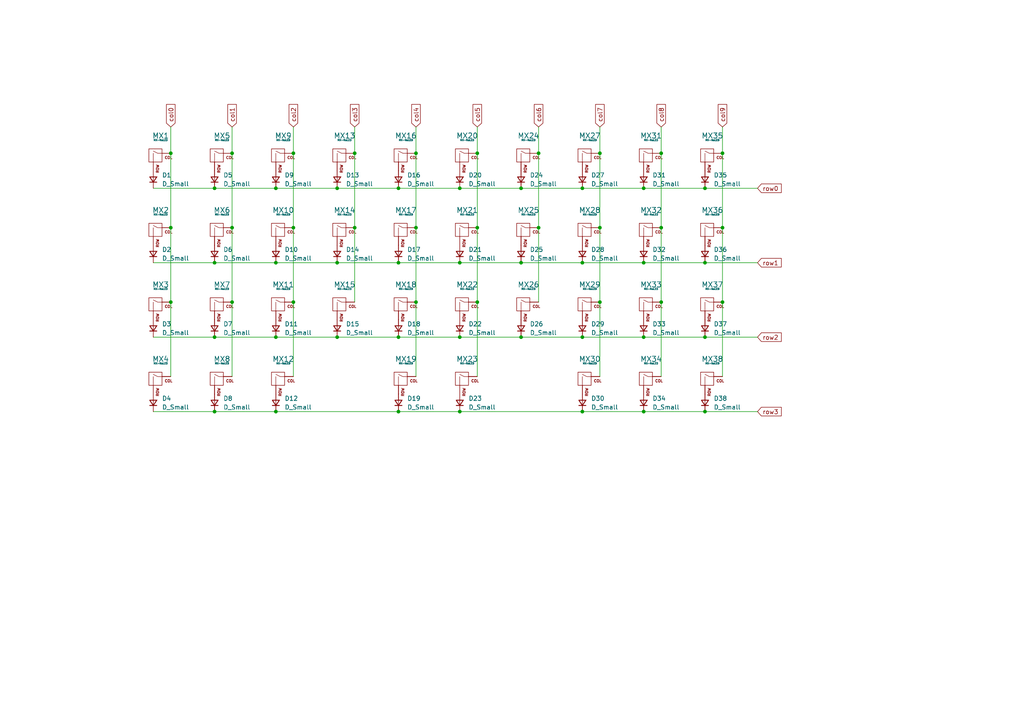
<source format=kicad_sch>
(kicad_sch (version 20211123) (generator eeschema)
  (paper "A4")
  (lib_symbols
    (symbol "Device:D_Small" (pin_numbers hide) (pin_names (offset 0.254) hide)
      (property "Reference" "D" (at -1.27 2.032 0))
      (property "Value" "D_Small" (at -3.81 -2.032 0))
      (symbol "D_Small_0_1"
        (polyline (pts (xy -0.762 -1.016) (xy -0.762 1.016)) (stroke (width 0.254)))
        (polyline (pts (xy -0.762 0) (xy 0.762 0)))
        (polyline (pts (xy 0.762 -1.016) (xy -0.762 0) (xy 0.762 1.016) (xy 0.762 -1.016)) (stroke (width 0.254)))
      )
      (symbol "D_Small_1_1"
        (pin passive line (at -2.54 0 0) (length 1.778) (name "K") (number "1"))
        (pin passive line (at 2.54 0 180) (length 1.778) (name "A") (number "2"))
      )
    )
    (symbol "cipulot_parts:MX-NoLED" (pin_names (offset 1.016))
      (property "Reference" "MX" (at -0.635 3.81 0))
      (property "Value" "MX-NoLED" (at -0.635 1.27 0))
      (symbol "MX-NoLED_0_0"
        (rectangle (start -2.54 2.54) (end 1.27 -1.27))
        (polyline (pts (xy -1.27 -1.27) (xy -1.27 1.27)) (stroke (width 0.127)))
        (polyline (pts (xy 1.27 1.27) (xy 0 1.27) (xy -1.27 1.905)) (stroke (width 0.127)))
        (text "COL" (at 3.175 0 0) (effects (font (size 0.762 0.762))))
        (text "ROW" (at 0 -1.905 900) (effects (font (size 0.762 0.762)) (justify right)))
      )
      (symbol "MX-NoLED_1_1"
        (pin passive line (at 3.81 1.27 180) (length 2.54) (name "COL") (number "1"))
        (pin passive line (at -1.27 -3.81 90) (length 2.54) (name "ROW") (number "2"))
      )
    )
  )
  (junction (at 120.65 44.45))
  (junction (at 168.91 54.61))
  (junction (at 102.87 66.04))
  (junction (at 186.69 54.61))
  (junction (at 186.69 76.2))
  (junction (at 156.21 66.04))
  (junction (at 138.43 44.45))
  (junction (at 173.99 44.45))
  (junction (at 168.91 76.2))
  (junction (at 85.09 87.63))
  (junction (at 62.23 119.38))
  (junction (at 151.13 54.61))
  (junction (at 151.13 97.79))
  (junction (at 115.57 97.79))
  (junction (at 204.47 119.38))
  (junction (at 97.79 76.2))
  (junction (at 120.65 87.63))
  (junction (at 49.53 44.45))
  (junction (at 133.35 97.79))
  (junction (at 186.69 119.38))
  (junction (at 133.35 54.61))
  (junction (at 204.47 76.2))
  (junction (at 80.01 119.38))
  (junction (at 138.43 87.63))
  (junction (at 156.21 44.45))
  (junction (at 80.01 76.2))
  (junction (at 209.55 66.04))
  (junction (at 85.09 44.45))
  (junction (at 186.69 97.79))
  (junction (at 138.43 66.04))
  (junction (at 173.99 66.04))
  (junction (at 115.57 119.38))
  (junction (at 209.55 87.63))
  (junction (at 67.31 44.45))
  (junction (at 49.53 66.04))
  (junction (at 204.47 97.79))
  (junction (at 191.77 66.04))
  (junction (at 80.01 54.61))
  (junction (at 49.53 87.63))
  (junction (at 191.77 44.45))
  (junction (at 133.35 119.38))
  (junction (at 168.91 97.79))
  (junction (at 191.77 87.63))
  (junction (at 62.23 76.2))
  (junction (at 120.65 66.04))
  (junction (at 62.23 97.79))
  (junction (at 67.31 87.63))
  (junction (at 67.31 66.04))
  (junction (at 85.09 66.04))
  (junction (at 97.79 97.79))
  (junction (at 80.01 97.79))
  (junction (at 102.87 44.45))
  (junction (at 173.99 87.63))
  (junction (at 204.47 54.61))
  (junction (at 209.55 44.45))
  (junction (at 115.57 76.2))
  (junction (at 133.35 76.2))
  (junction (at 97.79 54.61))
  (junction (at 168.91 119.38))
  (junction (at 115.57 54.61))
  (junction (at 151.13 76.2))
  (junction (at 62.23 54.61))
  (wire (pts (xy 120.65 44.45) (xy 120.65 66.04)))
  (wire (pts (xy 191.77 44.45) (xy 191.77 66.04)))
  (wire (pts (xy 191.77 66.04) (xy 191.77 87.63)))
  (wire (pts (xy 156.21 66.04) (xy 156.21 87.63)))
  (wire (pts (xy 80.01 76.2) (xy 62.23 76.2)))
  (wire (pts (xy 133.35 97.79) (xy 151.13 97.79)))
  (wire (pts (xy 138.43 87.63) (xy 138.43 109.22)))
  (wire (pts (xy 168.91 76.2) (xy 151.13 76.2)))
  (wire (pts (xy 44.45 119.38) (xy 62.23 119.38)))
  (wire (pts (xy 204.47 54.61) (xy 219.71 54.61)))
  (wire (pts (xy 120.65 87.63) (xy 120.65 109.22)))
  (wire (pts (xy 49.53 66.04) (xy 49.53 87.63)))
  (wire (pts (xy 168.91 97.79) (xy 186.69 97.79)))
  (wire (pts (xy 133.35 119.38) (xy 168.91 119.38)))
  (wire (pts (xy 156.21 44.45) (xy 156.21 66.04)))
  (wire (pts (xy 209.55 36.83) (xy 209.55 44.45)))
  (wire (pts (xy 67.31 44.45) (xy 67.31 66.04)))
  (wire (pts (xy 120.65 66.04) (xy 120.65 87.63)))
  (wire (pts (xy 49.53 36.83) (xy 49.53 44.45)))
  (wire (pts (xy 209.55 87.63) (xy 209.55 109.22)))
  (wire (pts (xy 67.31 66.04) (xy 67.31 87.63)))
  (wire (pts (xy 156.21 36.83) (xy 156.21 44.45)))
  (wire (pts (xy 138.43 44.45) (xy 138.43 66.04)))
  (wire (pts (xy 115.57 119.38) (xy 133.35 119.38)))
  (wire (pts (xy 102.87 36.83) (xy 102.87 44.45)))
  (wire (pts (xy 186.69 54.61) (xy 204.47 54.61)))
  (wire (pts (xy 80.01 97.79) (xy 97.79 97.79)))
  (wire (pts (xy 97.79 76.2) (xy 80.01 76.2)))
  (wire (pts (xy 102.87 66.04) (xy 102.87 87.63)))
  (wire (pts (xy 102.87 44.45) (xy 102.87 66.04)))
  (wire (pts (xy 115.57 54.61) (xy 133.35 54.61)))
  (wire (pts (xy 67.31 36.83) (xy 67.31 44.45)))
  (wire (pts (xy 85.09 87.63) (xy 85.09 109.22)))
  (wire (pts (xy 62.23 54.61) (xy 80.01 54.61)))
  (wire (pts (xy 168.91 119.38) (xy 186.69 119.38)))
  (wire (pts (xy 173.99 44.45) (xy 173.99 66.04)))
  (wire (pts (xy 62.23 97.79) (xy 80.01 97.79)))
  (wire (pts (xy 85.09 44.45) (xy 85.09 66.04)))
  (wire (pts (xy 151.13 54.61) (xy 168.91 54.61)))
  (wire (pts (xy 186.69 97.79) (xy 204.47 97.79)))
  (wire (pts (xy 97.79 97.79) (xy 115.57 97.79)))
  (wire (pts (xy 133.35 54.61) (xy 151.13 54.61)))
  (wire (pts (xy 168.91 54.61) (xy 186.69 54.61)))
  (wire (pts (xy 120.65 36.83) (xy 120.65 44.45)))
  (wire (pts (xy 191.77 87.63) (xy 191.77 109.22)))
  (wire (pts (xy 138.43 66.04) (xy 138.43 87.63)))
  (wire (pts (xy 49.53 87.63) (xy 49.53 109.22)))
  (wire (pts (xy 173.99 87.63) (xy 173.99 109.22)))
  (wire (pts (xy 204.47 97.79) (xy 219.71 97.79)))
  (wire (pts (xy 133.35 76.2) (xy 115.57 76.2)))
  (wire (pts (xy 204.47 76.2) (xy 186.69 76.2)))
  (wire (pts (xy 44.45 97.79) (xy 62.23 97.79)))
  (wire (pts (xy 219.71 76.2) (xy 204.47 76.2)))
  (wire (pts (xy 209.55 66.04) (xy 209.55 87.63)))
  (wire (pts (xy 204.47 119.38) (xy 219.71 119.38)))
  (wire (pts (xy 115.57 76.2) (xy 97.79 76.2)))
  (wire (pts (xy 173.99 36.83) (xy 173.99 44.45)))
  (wire (pts (xy 173.99 66.04) (xy 173.99 87.63)))
  (wire (pts (xy 97.79 54.61) (xy 115.57 54.61)))
  (wire (pts (xy 85.09 66.04) (xy 85.09 87.63)))
  (wire (pts (xy 186.69 76.2) (xy 168.91 76.2)))
  (wire (pts (xy 44.45 54.61) (xy 62.23 54.61)))
  (wire (pts (xy 186.69 119.38) (xy 204.47 119.38)))
  (wire (pts (xy 115.57 97.79) (xy 133.35 97.79)))
  (wire (pts (xy 80.01 119.38) (xy 115.57 119.38)))
  (wire (pts (xy 67.31 87.63) (xy 67.31 109.22)))
  (wire (pts (xy 62.23 119.38) (xy 80.01 119.38)))
  (wire (pts (xy 138.43 36.83) (xy 138.43 44.45)))
  (wire (pts (xy 85.09 36.83) (xy 85.09 44.45)))
  (wire (pts (xy 62.23 76.2) (xy 44.45 76.2)))
  (wire (pts (xy 49.53 44.45) (xy 49.53 66.04)))
  (wire (pts (xy 151.13 76.2) (xy 133.35 76.2)))
  (wire (pts (xy 80.01 54.61) (xy 97.79 54.61)))
  (wire (pts (xy 209.55 44.45) (xy 209.55 66.04)))
  (wire (pts (xy 191.77 36.83) (xy 191.77 44.45)))
  (wire (pts (xy 151.13 97.79) (xy 168.91 97.79)))
  (global_label "col0" (shape input) (at 49.53 36.83 90) (property "Intersheet References" "${INTERSHEET_REFS}" (effects hide)))
  (global_label "col9" (shape input) (at 209.55 36.83 90) (property "Intersheet References" "${INTERSHEET_REFS}" (effects hide)))
  (global_label "row0" (shape input) (at 219.71 54.61 0) (property "Intersheet References" "${INTERSHEET_REFS}" (effects hide)))
  (global_label "col3" (shape input) (at 102.87 36.83 90) (property "Intersheet References" "${INTERSHEET_REFS}" (effects hide)))
  (global_label "col6" (shape input) (at 156.21 36.83 90) (property "Intersheet References" "${INTERSHEET_REFS}" (effects hide)))
  (global_label "col7" (shape input) (at 173.99 36.83 90) (property "Intersheet References" "${INTERSHEET_REFS}" (effects hide)))
  (global_label "col4" (shape input) (at 120.65 36.83 90) (property "Intersheet References" "${INTERSHEET_REFS}" (effects hide)))
  (global_label "row3" (shape input) (at 219.71 119.38 0) (property "Intersheet References" "${INTERSHEET_REFS}" (effects hide)))
  (global_label "row2" (shape input) (at 219.71 97.79 0) (property "Intersheet References" "${INTERSHEET_REFS}" (effects hide)))
  (global_label "row1" (shape input) (at 219.71 76.2 0) (property "Intersheet References" "${INTERSHEET_REFS}" (effects hide)))
  (global_label "col5" (shape input) (at 138.43 36.83 90) (property "Intersheet References" "${INTERSHEET_REFS}" (effects hide)))
  (global_label "col1" (shape input) (at 67.31 36.83 90) (property "Intersheet References" "${INTERSHEET_REFS}" (effects hide)))
  (global_label "col2" (shape input) (at 85.09 36.83 90) (property "Intersheet References" "${INTERSHEET_REFS}" (effects hide)))
  (global_label "col8" (shape input) (at 191.77 36.83 90) (property "Intersheet References" "${INTERSHEET_REFS}" (effects hide)))
  (symbol (lib_id "cipulot_parts:MX-NoLED") (at 116.84 110.49 0) (unit 1)
    (property "Reference" "MX19" (at 117.7256 104.14 0) (effects (font (size 1.524 1.524))))
    (property "Value" "MX-NoLED" (at 117.7256 105.41 0) (effects (font (size 0.508 0.508))))
    (property "Footprint" "MX_Only:MXOnly-1.75U-NoLED" (effects hide))
  )
  (symbol (lib_id "Device:D_Small") (at 204.47 52.07 90) (unit 1)
    (property "Reference" "D35" (at 207.01 50.7999 90) (effects (justify right)))
    (property "Value" "D_Small" (at 207.01 53.3399 90) (effects (justify right)))
    (property "Footprint" "Diode_SMD:D_SOD-123" (effects hide))
  )
  (symbol (lib_id "cipulot_parts:MX-NoLED") (at 205.74 88.9 0) (unit 1)
    (property "Reference" "MX37" (at 206.6256 82.55 0) (effects (font (size 1.524 1.524))))
    (property "Value" "MX-NoLED" (at 206.6256 83.82 0) (effects (font (size 0.508 0.508))))
    (property "Footprint" "MX_Only:MXOnly-1U-NoLED" (effects hide))
  )
  (symbol (lib_id "Device:D_Small") (at 186.69 73.66 90) (unit 1)
    (property "Reference" "D32" (at 189.23 72.3899 90) (effects (justify right)))
    (property "Value" "D_Small" (at 189.23 74.9299 90) (effects (justify right)))
    (property "Footprint" "Diode_SMD:D_SOD-123" (effects hide))
  )
  (symbol (lib_id "Device:D_Small") (at 133.35 52.07 90) (unit 1)
    (property "Reference" "D20" (at 135.89 50.7999 90) (effects (justify right)))
    (property "Value" "D_Small" (at 135.89 53.3399 90) (effects (justify right)))
    (property "Footprint" "Diode_SMD:D_SOD-123" (effects hide))
  )
  (symbol (lib_id "Device:D_Small") (at 186.69 116.84 90) (unit 1)
    (property "Reference" "D34" (at 189.23 115.5699 90) (effects (justify right)))
    (property "Value" "D_Small" (at 189.23 118.1099 90) (effects (justify right)))
    (property "Footprint" "Diode_SMD:D_SOD-123" (effects hide))
  )
  (symbol (lib_id "Device:D_Small") (at 44.45 95.25 90) (unit 1)
    (property "Reference" "D3" (at 46.99 93.9799 90) (effects (justify right)))
    (property "Value" "D_Small" (at 46.99 96.5199 90) (effects (justify right)))
    (property "Footprint" "Diode_SMD:D_SOD-123" (effects hide))
  )
  (symbol (lib_id "cipulot_parts:MX-NoLED") (at 205.74 45.72 0) (unit 1)
    (property "Reference" "MX35" (at 206.6256 39.37 0) (effects (font (size 1.524 1.524))))
    (property "Value" "MX-NoLED" (at 206.6256 40.64 0) (effects (font (size 0.508 0.508))))
    (property "Footprint" "MX_Only:MXOnly-1.5U-NoLED" (effects hide))
  )
  (symbol (lib_id "cipulot_parts:MX-NoLED") (at 170.18 110.49 0) (unit 1)
    (property "Reference" "MX30" (at 171.0656 104.14 0) (effects (font (size 1.524 1.524))))
    (property "Value" "MX-NoLED" (at 171.0656 105.41 0) (effects (font (size 0.508 0.508))))
    (property "Footprint" "MX_Only:MXOnly-1U-NoLED" (effects hide))
  )
  (symbol (lib_id "Device:D_Small") (at 115.57 73.66 90) (unit 1)
    (property "Reference" "D17" (at 118.11 72.3899 90) (effects (justify right)))
    (property "Value" "D_Small" (at 118.11 74.9299 90) (effects (justify right)))
    (property "Footprint" "Diode_SMD:D_SOD-123" (effects hide))
  )
  (symbol (lib_id "cipulot_parts:MX-NoLED") (at 187.96 88.9 0) (unit 1)
    (property "Reference" "MX33" (at 188.8456 82.55 0) (effects (font (size 1.524 1.524))))
    (property "Value" "MX-NoLED" (at 188.8456 83.82 0) (effects (font (size 0.508 0.508))))
    (property "Footprint" "MX_Only:MXOnly-1U-NoLED" (effects hide))
  )
  (symbol (lib_id "Device:D_Small") (at 133.35 73.66 90) (unit 1)
    (property "Reference" "D21" (at 135.89 72.3899 90) (effects (justify right)))
    (property "Value" "D_Small" (at 135.89 74.9299 90) (effects (justify right)))
    (property "Footprint" "Diode_SMD:D_SOD-123" (effects hide))
  )
  (symbol (lib_id "cipulot_parts:MX-NoLED") (at 81.28 88.9 0) (unit 1)
    (property "Reference" "MX11" (at 82.1656 82.55 0) (effects (font (size 1.524 1.524))))
    (property "Value" "MX-NoLED" (at 82.1656 83.82 0) (effects (font (size 0.508 0.508))))
    (property "Footprint" "MX_Only:MXOnly-1U-NoLED" (effects hide))
  )
  (symbol (lib_id "Device:D_Small") (at 115.57 95.25 90) (unit 1)
    (property "Reference" "D18" (at 118.11 93.9799 90) (effects (justify right)))
    (property "Value" "D_Small" (at 118.11 96.5199 90) (effects (justify right)))
    (property "Footprint" "Diode_SMD:D_SOD-123" (effects hide))
  )
  (symbol (lib_id "Device:D_Small") (at 168.91 116.84 90) (unit 1)
    (property "Reference" "D30" (at 171.45 115.5699 90) (effects (justify right)))
    (property "Value" "D_Small" (at 171.45 118.1099 90) (effects (justify right)))
    (property "Footprint" "Diode_SMD:D_SOD-123" (effects hide))
  )
  (symbol (lib_id "cipulot_parts:MX-NoLED") (at 63.5 45.72 0) (unit 1)
    (property "Reference" "MX5" (at 64.3856 39.37 0) (effects (font (size 1.524 1.524))))
    (property "Value" "MX-NoLED" (at 64.3856 40.64 0) (effects (font (size 0.508 0.508))))
    (property "Footprint" "MX_Only:MXOnly-1U-NoLED" (effects hide))
  )
  (symbol (lib_id "cipulot_parts:MX-NoLED") (at 152.4 88.9 0) (unit 1)
    (property "Reference" "MX26" (at 153.2856 82.55 0) (effects (font (size 1.524 1.524))))
    (property "Value" "MX-NoLED" (at 153.2856 83.82 0) (effects (font (size 0.508 0.508))))
    (property "Footprint" "MX_Only:MXOnly-1U-NoLED" (effects hide))
  )
  (symbol (lib_id "cipulot_parts:MX-NoLED") (at 205.74 67.31 0) (unit 1)
    (property "Reference" "MX36" (at 206.6256 60.96 0) (effects (font (size 1.524 1.524))))
    (property "Value" "MX-NoLED" (at 206.6256 62.23 0) (effects (font (size 0.508 0.508))))
    (property "Footprint" "MX_Only:MXOnly-1U-NoLED" (effects hide))
  )
  (symbol (lib_id "cipulot_parts:MX-NoLED") (at 170.18 45.72 0) (unit 1)
    (property "Reference" "MX27" (at 171.0656 39.37 0) (effects (font (size 1.524 1.524))))
    (property "Value" "MX-NoLED" (at 171.0656 40.64 0) (effects (font (size 0.508 0.508))))
    (property "Footprint" "MX_Only:MXOnly-1U-NoLED" (effects hide))
  )
  (symbol (lib_id "Device:D_Small") (at 186.69 95.25 90) (unit 1)
    (property "Reference" "D33" (at 189.23 93.9799 90) (effects (justify right)))
    (property "Value" "D_Small" (at 189.23 96.5199 90) (effects (justify right)))
    (property "Footprint" "Diode_SMD:D_SOD-123" (effects hide))
  )
  (symbol (lib_id "Device:D_Small") (at 115.57 52.07 90) (unit 1)
    (property "Reference" "D16" (at 118.11 50.7999 90) (effects (justify right)))
    (property "Value" "D_Small" (at 118.11 53.3399 90) (effects (justify right)))
    (property "Footprint" "Diode_SMD:D_SOD-123" (effects hide))
  )
  (symbol (lib_id "cipulot_parts:MX-NoLED") (at 45.72 45.72 0) (unit 1)
    (property "Reference" "MX1" (at 46.6056 39.37 0) (effects (font (size 1.524 1.524))))
    (property "Value" "MX-NoLED" (at 46.6056 40.64 0) (effects (font (size 0.508 0.508))))
    (property "Footprint" "MX_Only:MXOnly-1U-NoLED" (effects hide))
  )
  (symbol (lib_id "cipulot_parts:MX-NoLED") (at 116.84 88.9 0) (unit 1)
    (property "Reference" "MX18" (at 117.7256 82.55 0) (effects (font (size 1.524 1.524))))
    (property "Value" "MX-NoLED" (at 117.7256 83.82 0) (effects (font (size 0.508 0.508))))
    (property "Footprint" "MX_Only:MXOnly-1U-NoLED" (effects hide))
  )
  (symbol (lib_id "Device:D_Small") (at 133.35 116.84 90) (unit 1)
    (property "Reference" "D23" (at 135.89 115.5699 90) (effects (justify right)))
    (property "Value" "D_Small" (at 135.89 118.1099 90) (effects (justify right)))
    (property "Footprint" "Diode_SMD:D_SOD-123" (effects hide))
  )
  (symbol (lib_id "Device:D_Small") (at 168.91 73.66 90) (unit 1)
    (property "Reference" "D28" (at 171.45 72.3899 90) (effects (justify right)))
    (property "Value" "D_Small" (at 171.45 74.9299 90) (effects (justify right)))
    (property "Footprint" "Diode_SMD:D_SOD-123" (effects hide))
  )
  (symbol (lib_id "cipulot_parts:MX-NoLED") (at 187.96 110.49 0) (unit 1)
    (property "Reference" "MX34" (at 188.8456 104.14 0) (effects (font (size 1.524 1.524))))
    (property "Value" "MX-NoLED" (at 188.8456 105.41 0) (effects (font (size 0.508 0.508))))
    (property "Footprint" "MX_Only:MXOnly-1U-NoLED" (effects hide))
  )
  (symbol (lib_id "cipulot_parts:MX-NoLED") (at 152.4 45.72 0) (unit 1)
    (property "Reference" "MX24" (at 153.2856 39.37 0) (effects (font (size 1.524 1.524))))
    (property "Value" "MX-NoLED" (at 153.2856 40.64 0) (effects (font (size 0.508 0.508))))
    (property "Footprint" "MX_Only:MXOnly-1U-NoLED" (effects hide))
  )
  (symbol (lib_id "cipulot_parts:MX-NoLED") (at 45.72 88.9 0) (unit 1)
    (property "Reference" "MX3" (at 46.6056 82.55 0) (effects (font (size 1.524 1.524))))
    (property "Value" "MX-NoLED" (at 46.6056 83.82 0) (effects (font (size 0.508 0.508))))
    (property "Footprint" "MX_Only:MXOnly-1.5U-NoLED" (effects hide))
  )
  (symbol (lib_id "Device:D_Small") (at 151.13 52.07 90) (unit 1)
    (property "Reference" "D24" (at 153.67 50.7999 90) (effects (justify right)))
    (property "Value" "D_Small" (at 153.67 53.3399 90) (effects (justify right)))
    (property "Footprint" "Diode_SMD:D_SOD-123" (effects hide))
  )
  (symbol (lib_id "cipulot_parts:MX-NoLED") (at 45.72 110.49 0) (unit 1)
    (property "Reference" "MX4" (at 46.6056 104.14 0) (effects (font (size 1.524 1.524))))
    (property "Value" "MX-NoLED" (at 46.6056 105.41 0) (effects (font (size 0.508 0.508))))
    (property "Footprint" "MX_Only:MXOnly-1.25U-NoLED" (effects hide))
  )
  (symbol (lib_id "cipulot_parts:MX-NoLED") (at 170.18 88.9 0) (unit 1)
    (property "Reference" "MX29" (at 171.0656 82.55 0) (effects (font (size 1.524 1.524))))
    (property "Value" "MX-NoLED" (at 171.0656 83.82 0) (effects (font (size 0.508 0.508))))
    (property "Footprint" "MX_Only:MXOnly-1U-NoLED" (effects hide))
  )
  (symbol (lib_id "Device:D_Small") (at 204.47 116.84 90) (unit 1)
    (property "Reference" "D38" (at 207.01 115.5699 90) (effects (justify right)))
    (property "Value" "D_Small" (at 207.01 118.1099 90) (effects (justify right)))
    (property "Footprint" "Diode_SMD:D_SOD-123" (effects hide))
  )
  (symbol (lib_id "Device:D_Small") (at 97.79 52.07 90) (unit 1)
    (property "Reference" "D13" (at 100.33 50.7999 90) (effects (justify right)))
    (property "Value" "D_Small" (at 100.33 53.3399 90) (effects (justify right)))
    (property "Footprint" "Diode_SMD:D_SOD-123" (effects hide))
  )
  (symbol (lib_id "cipulot_parts:MX-NoLED") (at 187.96 67.31 0) (unit 1)
    (property "Reference" "MX32" (at 188.8456 60.96 0) (effects (font (size 1.524 1.524))))
    (property "Value" "MX-NoLED" (at 188.8456 62.23 0) (effects (font (size 0.508 0.508))))
    (property "Footprint" "MX_Only:MXOnly-1U-NoLED" (effects hide))
  )
  (symbol (lib_id "Device:D_Small") (at 62.23 52.07 90) (unit 1)
    (property "Reference" "D5" (at 64.77 50.7999 90) (effects (justify right)))
    (property "Value" "D_Small" (at 64.77 53.3399 90) (effects (justify right)))
    (property "Footprint" "Diode_SMD:D_SOD-123" (effects hide))
  )
  (symbol (lib_id "cipulot_parts:MX-NoLED") (at 99.06 67.31 0) (unit 1)
    (property "Reference" "MX14" (at 99.9456 60.96 0) (effects (font (size 1.524 1.524))))
    (property "Value" "MX-NoLED" (at 99.9456 62.23 0) (effects (font (size 0.508 0.508))))
    (property "Footprint" "MX_Only:MXOnly-1U-NoLED" (effects hide))
  )
  (symbol (lib_id "Device:D_Small") (at 44.45 52.07 90) (unit 1)
    (property "Reference" "D1" (at 46.99 50.7999 90) (effects (justify right)))
    (property "Value" "D_Small" (at 46.99 53.3399 90) (effects (justify right)))
    (property "Footprint" "Diode_SMD:D_SOD-123" (effects hide))
  )
  (symbol (lib_id "Device:D_Small") (at 133.35 95.25 90) (unit 1)
    (property "Reference" "D22" (at 135.89 93.9799 90) (effects (justify right)))
    (property "Value" "D_Small" (at 135.89 96.5199 90) (effects (justify right)))
    (property "Footprint" "Diode_SMD:D_SOD-123" (effects hide))
  )
  (symbol (lib_id "Device:D_Small") (at 44.45 116.84 90) (unit 1)
    (property "Reference" "D4" (at 46.99 115.5699 90) (effects (justify right)))
    (property "Value" "D_Small" (at 46.99 118.1099 90) (effects (justify right)))
    (property "Footprint" "Diode_SMD:D_SOD-123" (effects hide))
  )
  (symbol (lib_id "Device:D_Small") (at 186.69 52.07 90) (unit 1)
    (property "Reference" "D31" (at 189.23 50.7999 90) (effects (justify right)))
    (property "Value" "D_Small" (at 189.23 53.3399 90) (effects (justify right)))
    (property "Footprint" "Diode_SMD:D_SOD-123" (effects hide))
  )
  (symbol (lib_id "Device:D_Small") (at 80.01 116.84 90) (unit 1)
    (property "Reference" "D12" (at 82.55 115.5699 90) (effects (justify right)))
    (property "Value" "D_Small" (at 82.55 118.1099 90) (effects (justify right)))
    (property "Footprint" "Diode_SMD:D_SOD-123" (effects hide))
  )
  (symbol (lib_id "Device:D_Small") (at 62.23 73.66 90) (unit 1)
    (property "Reference" "D6" (at 64.77 72.3899 90) (effects (justify right)))
    (property "Value" "D_Small" (at 64.77 74.9299 90) (effects (justify right)))
    (property "Footprint" "Diode_SMD:D_SOD-123" (effects hide))
  )
  (symbol (lib_id "cipulot_parts:MX-NoLED") (at 99.06 45.72 0) (unit 1)
    (property "Reference" "MX13" (at 99.9456 39.37 0) (effects (font (size 1.524 1.524))))
    (property "Value" "MX-NoLED" (at 99.9456 40.64 0) (effects (font (size 0.508 0.508))))
    (property "Footprint" "MX_Only:MXOnly-1U-NoLED" (effects hide))
  )
  (symbol (lib_id "cipulot_parts:MX-NoLED") (at 134.62 45.72 0) (unit 1)
    (property "Reference" "MX20" (at 135.5056 39.37 0) (effects (font (size 1.524 1.524))))
    (property "Value" "MX-NoLED" (at 135.5056 40.64 0) (effects (font (size 0.508 0.508))))
    (property "Footprint" "MX_Only:MXOnly-1U-NoLED" (effects hide))
  )
  (symbol (lib_id "cipulot_parts:MX-NoLED") (at 134.62 110.49 0) (unit 1)
    (property "Reference" "MX23" (at 135.5056 104.14 0) (effects (font (size 1.524 1.524))))
    (property "Value" "MX-NoLED" (at 135.5056 105.41 0) (effects (font (size 0.508 0.508))))
    (property "Footprint" "MX_Only:MXOnly-1.75U-NoLED" (effects hide))
  )
  (symbol (lib_id "cipulot_parts:MX-NoLED") (at 63.5 67.31 0) (unit 1)
    (property "Reference" "MX6" (at 64.3856 60.96 0) (effects (font (size 1.524 1.524))))
    (property "Value" "MX-NoLED" (at 64.3856 62.23 0) (effects (font (size 0.508 0.508))))
    (property "Footprint" "MX_Only:MXOnly-1U-NoLED" (effects hide))
  )
  (symbol (lib_id "cipulot_parts:MX-NoLED") (at 187.96 45.72 0) (unit 1)
    (property "Reference" "MX31" (at 188.8456 39.37 0) (effects (font (size 1.524 1.524))))
    (property "Value" "MX-NoLED" (at 188.8456 40.64 0) (effects (font (size 0.508 0.508))))
    (property "Footprint" "MX_Only:MXOnly-1U-NoLED" (effects hide))
  )
  (symbol (lib_id "cipulot_parts:MX-NoLED") (at 205.74 110.49 0) (unit 1)
    (property "Reference" "MX38" (at 206.6256 104.14 0) (effects (font (size 1.524 1.524))))
    (property "Value" "MX-NoLED" (at 206.6256 105.41 0) (effects (font (size 0.508 0.508))))
    (property "Footprint" "MX_Only:MXOnly-1U-NoLED" (effects hide))
  )
  (symbol (lib_id "cipulot_parts:MX-NoLED") (at 134.62 88.9 0) (unit 1)
    (property "Reference" "MX22" (at 135.5056 82.55 0) (effects (font (size 1.524 1.524))))
    (property "Value" "MX-NoLED" (at 135.5056 83.82 0) (effects (font (size 0.508 0.508))))
    (property "Footprint" "MX_Only:MXOnly-1U-NoLED" (effects hide))
  )
  (symbol (lib_id "cipulot_parts:MX-NoLED") (at 81.28 45.72 0) (unit 1)
    (property "Reference" "MX9" (at 82.1656 39.37 0) (effects (font (size 1.524 1.524))))
    (property "Value" "MX-NoLED" (at 82.1656 40.64 0) (effects (font (size 0.508 0.508))))
    (property "Footprint" "MX_Only:MXOnly-1U-NoLED" (effects hide))
  )
  (symbol (lib_id "Device:D_Small") (at 204.47 95.25 90) (unit 1)
    (property "Reference" "D37" (at 207.01 93.9799 90) (effects (justify right)))
    (property "Value" "D_Small" (at 207.01 96.5199 90) (effects (justify right)))
    (property "Footprint" "Diode_SMD:D_SOD-123" (effects hide))
  )
  (symbol (lib_id "Device:D_Small") (at 115.57 116.84 90) (unit 1)
    (property "Reference" "D19" (at 118.11 115.5699 90) (effects (justify right)))
    (property "Value" "D_Small" (at 118.11 118.1099 90) (effects (justify right)))
    (property "Footprint" "Diode_SMD:D_SOD-123" (effects hide))
  )
  (symbol (lib_id "cipulot_parts:MX-NoLED") (at 63.5 110.49 0) (unit 1)
    (property "Reference" "MX8" (at 64.3856 104.14 0) (effects (font (size 1.524 1.524))))
    (property "Value" "MX-NoLED" (at 64.3856 105.41 0) (effects (font (size 0.508 0.508))))
    (property "Footprint" "MX_Only:MXOnly-1U-NoLED" (effects hide))
  )
  (symbol (lib_id "Device:D_Small") (at 151.13 73.66 90) (unit 1)
    (property "Reference" "D25" (at 153.67 72.3899 90) (effects (justify right)))
    (property "Value" "D_Small" (at 153.67 74.9299 90) (effects (justify right)))
    (property "Footprint" "Diode_SMD:D_SOD-123" (effects hide))
  )
  (symbol (lib_id "cipulot_parts:MX-NoLED") (at 116.84 45.72 0) (unit 1)
    (property "Reference" "MX16" (at 117.7256 39.37 0) (effects (font (size 1.524 1.524))))
    (property "Value" "MX-NoLED" (at 117.7256 40.64 0) (effects (font (size 0.508 0.508))))
    (property "Footprint" "MX_Only:MXOnly-1U-NoLED" (effects hide))
  )
  (symbol (lib_id "cipulot_parts:MX-NoLED") (at 81.28 110.49 0) (unit 1)
    (property "Reference" "MX12" (at 82.1656 104.14 0) (effects (font (size 1.524 1.524))))
    (property "Value" "MX-NoLED" (at 82.1656 105.41 0) (effects (font (size 0.508 0.508))))
    (property "Footprint" "MX_Only:MXOnly-1.25U-NoLED" (effects hide))
  )
  (symbol (lib_id "Device:D_Small") (at 62.23 95.25 90) (unit 1)
    (property "Reference" "D7" (at 64.77 93.9799 90) (effects (justify right)))
    (property "Value" "D_Small" (at 64.77 96.5199 90) (effects (justify right)))
    (property "Footprint" "Diode_SMD:D_SOD-123" (effects hide))
  )
  (symbol (lib_id "Device:D_Small") (at 80.01 95.25 90) (unit 1)
    (property "Reference" "D11" (at 82.55 93.9799 90) (effects (justify right)))
    (property "Value" "D_Small" (at 82.55 96.5199 90) (effects (justify right)))
    (property "Footprint" "Diode_SMD:D_SOD-123" (effects hide))
  )
  (symbol (lib_id "Device:D_Small") (at 97.79 95.25 90) (unit 1)
    (property "Reference" "D15" (at 100.33 93.9799 90) (effects (justify right)))
    (property "Value" "D_Small" (at 100.33 96.5199 90) (effects (justify right)))
    (property "Footprint" "Diode_SMD:D_SOD-123" (effects hide))
  )
  (symbol (lib_id "Device:D_Small") (at 97.79 73.66 90) (unit 1)
    (property "Reference" "D14" (at 100.33 72.3899 90) (effects (justify right)))
    (property "Value" "D_Small" (at 100.33 74.9299 90) (effects (justify right)))
    (property "Footprint" "Diode_SMD:D_SOD-123" (effects hide))
  )
  (symbol (lib_id "Device:D_Small") (at 151.13 95.25 90) (unit 1)
    (property "Reference" "D26" (at 153.67 93.9799 90) (effects (justify right)))
    (property "Value" "D_Small" (at 153.67 96.5199 90) (effects (justify right)))
    (property "Footprint" "Diode_SMD:D_SOD-123" (effects hide))
  )
  (symbol (lib_id "cipulot_parts:MX-NoLED") (at 99.06 88.9 0) (unit 1)
    (property "Reference" "MX15" (at 99.9456 82.55 0) (effects (font (size 1.524 1.524))))
    (property "Value" "MX-NoLED" (at 99.9456 83.82 0) (effects (font (size 0.508 0.508))))
    (property "Footprint" "MX_Only:MXOnly-1U-NoLED" (effects hide))
  )
  (symbol (lib_id "cipulot_parts:MX-NoLED") (at 152.4 67.31 0) (unit 1)
    (property "Reference" "MX25" (at 153.2856 60.96 0) (effects (font (size 1.524 1.524))))
    (property "Value" "MX-NoLED" (at 153.2856 62.23 0) (effects (font (size 0.508 0.508))))
    (property "Footprint" "MX_Only:MXOnly-1U-NoLED" (effects hide))
  )
  (symbol (lib_id "cipulot_parts:MX-NoLED") (at 45.72 67.31 0) (unit 1)
    (property "Reference" "MX2" (at 46.6056 60.96 0) (effects (font (size 1.524 1.524))))
    (property "Value" "MX-NoLED" (at 46.6056 62.23 0) (effects (font (size 0.508 0.508))))
    (property "Footprint" "MX_Only:MXOnly-1.25U-NoLED" (effects hide))
  )
  (symbol (lib_id "cipulot_parts:MX-NoLED") (at 116.84 67.31 0) (unit 1)
    (property "Reference" "MX17" (at 117.7256 60.96 0) (effects (font (size 1.524 1.524))))
    (property "Value" "MX-NoLED" (at 117.7256 62.23 0) (effects (font (size 0.508 0.508))))
    (property "Footprint" "MX_Only:MXOnly-1U-NoLED" (effects hide))
  )
  (symbol (lib_id "Device:D_Small") (at 80.01 52.07 90) (unit 1)
    (property "Reference" "D9" (at 82.55 50.7999 90) (effects (justify right)))
    (property "Value" "D_Small" (at 82.55 53.3399 90) (effects (justify right)))
    (property "Footprint" "Diode_SMD:D_SOD-123" (effects hide))
  )
  (symbol (lib_id "Device:D_Small") (at 62.23 116.84 90) (unit 1)
    (property "Reference" "D8" (at 64.77 115.5699 90) (effects (justify right)))
    (property "Value" "D_Small" (at 64.77 118.1099 90) (effects (justify right)))
    (property "Footprint" "Diode_SMD:D_SOD-123" (effects hide))
  )
  (symbol (lib_id "cipulot_parts:MX-NoLED") (at 81.28 67.31 0) (unit 1)
    (property "Reference" "MX10" (at 82.1656 60.96 0) (effects (font (size 1.524 1.524))))
    (property "Value" "MX-NoLED" (at 82.1656 62.23 0) (effects (font (size 0.508 0.508))))
    (property "Footprint" "MX_Only:MXOnly-1U-NoLED" (effects hide))
  )
  (symbol (lib_id "Device:D_Small") (at 80.01 73.66 90) (unit 1)
    (property "Reference" "D10" (at 82.55 72.3899 90) (effects (justify right)))
    (property "Value" "D_Small" (at 82.55 74.9299 90) (effects (justify right)))
    (property "Footprint" "Diode_SMD:D_SOD-123" (effects hide))
  )
  (symbol (lib_id "Device:D_Small") (at 204.47 73.66 90) (unit 1)
    (property "Reference" "D36" (at 207.01 72.3899 90) (effects (justify right)))
    (property "Value" "D_Small" (at 207.01 74.9299 90) (effects (justify right)))
    (property "Footprint" "Diode_SMD:D_SOD-123" (effects hide))
  )
  (symbol (lib_id "Device:D_Small") (at 168.91 95.25 90) (unit 1)
    (property "Reference" "D29" (at 171.45 93.9799 90) (effects (justify right)))
    (property "Value" "D_Small" (at 171.45 96.5199 90) (effects (justify right)))
    (property "Footprint" "Diode_SMD:D_SOD-123" (effects hide))
  )
  (symbol (lib_id "cipulot_parts:MX-NoLED") (at 63.5 88.9 0) (unit 1)
    (property "Reference" "MX7" (at 64.3856 82.55 0) (effects (font (size 1.524 1.524))))
    (property "Value" "MX-NoLED" (at 64.3856 83.82 0) (effects (font (size 0.508 0.508))))
    (property "Footprint" "MX_Only:MXOnly-1U-NoLED" (effects hide))
  )
  (symbol (lib_id "cipulot_parts:MX-NoLED") (at 170.18 67.31 0) (unit 1)
    (property "Reference" "MX28" (at 171.0656 60.96 0) (effects (font (size 1.524 1.524))))
    (property "Value" "MX-NoLED" (at 171.0656 62.23 0) (effects (font (size 0.508 0.508))))
    (property "Footprint" "MX_Only:MXOnly-1U-NoLED" (effects hide))
  )
  (symbol (lib_id "Device:D_Small") (at 168.91 52.07 90) (unit 1)
    (property "Reference" "D27" (at 171.45 50.7999 90) (effects (justify right)))
    (property "Value" "D_Small" (at 171.45 53.3399 90) (effects (justify right)))
    (property "Footprint" "Diode_SMD:D_SOD-123" (effects hide))
  )
  (symbol (lib_id "cipulot_parts:MX-NoLED") (at 134.62 67.31 0) (unit 1)
    (property "Reference" "MX21" (at 135.5056 60.96 0) (effects (font (size 1.524 1.524))))
    (property "Value" "MX-NoLED" (at 135.5056 62.23 0) (effects (font (size 0.508 0.508))))
    (property "Footprint" "MX_Only:MXOnly-1U-NoLED" (effects hide))
  )
  (symbol (lib_id "Device:D_Small") (at 44.45 73.66 90) (unit 1)
    (property "Reference" "D2" (at 46.99 72.3899 90) (effects (justify right)))
    (property "Value" "D_Small" (at 46.99 74.9299 90) (effects (justify right)))
    (property "Footprint" "Diode_SMD:D_SOD-123" (effects hide))
  )
)
</source>
